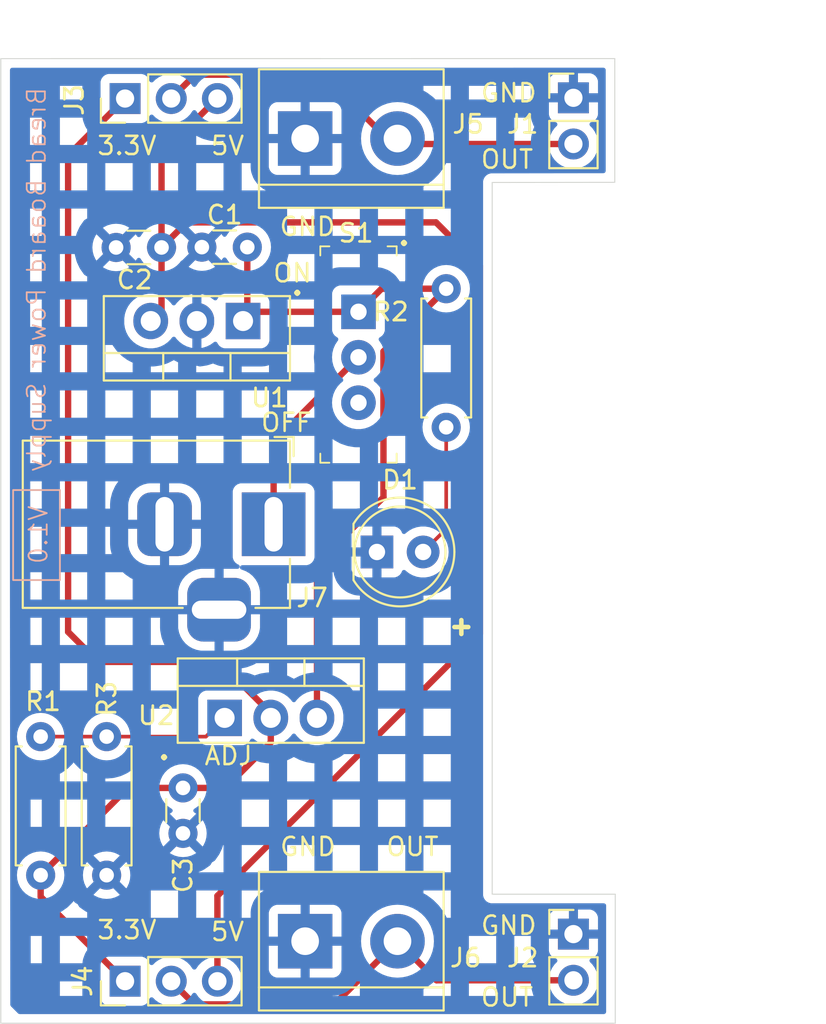
<source format=kicad_pcb>
(kicad_pcb (version 20240108) (generator "pcbnew") (generator_version "8.0")
  (title_block (title "Bread Board Power Supply") (date "2025-01-29") (rev "1") (comment 1 "Afsal Lais"))
  (layers (0 "F.Cu" signal) (31 "B.Cu" signal) (34 "B.Paste" user) (35 "F.Paste" user) (36 "B.SilkS" user "B.Silkscreen") (37 "F.SilkS" user "F.Silkscreen") (38 "B.Mask" user) (39 "F.Mask" user) (44 "Edge.Cuts" user))
  (net 0 "")
  (net 1 "/12V")
  (net 2 "GND")
  (net 3 "/5V")
  (net 4 "/3P3V")
  (net 5 "Net-(D1-A)")
  (net 6 "/PWR_OUT_TOP")
  (net 7 "/PWR_input")
  (net 8 "Net-(U2-ADJ)")
  (net 10 "/PWR_OUT_BOT")
  (footprint "Capacitor_THT:C_Disc_D3.0mm_W1.6mm_P2.50mm" (layer "F.Cu") (at 84.308 56.642 180)
    (property "Reference" "C1" (at 1.25 1.778 0) (layer "F.SilkS"))
    (property "Value" "10u")
    (fp_line (start 0.621 0.92) (end 1.879 0.92) (stroke (width 0.12)) (layer "F.SilkS"))
    (fp_line (start 0.621 -0.92) (end 1.879 -0.92) (stroke (width 0.12)) (layer "F.SilkS"))
    (pad "1" thru_hole circle (at 0 0 180) (size 1.6 1.6) (drill 0.8) (layers "*.Cu" "*.Mask") (net 1 "/12V"))
    (pad "2" thru_hole circle (at 2.5 0 180) (size 1.6 1.6) (drill 0.8) (layers "*.Cu" "*.Mask") (net 2 "GND"))
  )
  (footprint "Resistor_THT:R_Axial_DIN0207_L6.3mm_D2.5mm_P7.62mm_Horizontal" (layer "F.Cu") (at 72.94 83.56 -90)
    (property "Reference" "R1" (at -1.93 -0.13 180) (layer "F.SilkS"))
    (property "Value" "330")
    (fp_line (start 0.54 1.37) (end 7.08 1.37) (stroke (width 0.12)) (layer "F.SilkS"))
    (fp_line (start 7.08 1.37) (end 7.08 1.04) (stroke (width 0.12)) (layer "F.SilkS"))
    (fp_line (start 0.54 1.04) (end 0.54 1.37) (stroke (width 0.12)) (layer "F.SilkS"))
    (fp_line (start 0.54 -1.04) (end 0.54 -1.37) (stroke (width 0.12)) (layer "F.SilkS"))
    (fp_line (start 0.54 -1.37) (end 7.08 -1.37) (stroke (width 0.12)) (layer "F.SilkS"))
    (fp_line (start 7.08 -1.37) (end 7.08 -1.04) (stroke (width 0.12)) (layer "F.SilkS"))
    (pad "1" thru_hole circle (at 0 0 270) (size 1.6 1.6) (drill 0.8) (layers "*.Cu" "*.Mask") (net 8 "Net-(U2-ADJ)"))
    (pad "2" thru_hole oval (at 7.62 0 270) (size 1.6 1.6) (drill 0.8) (layers "*.Cu" "*.Mask") (net 4 "/3P3V"))
  )
  (footprint "Resistor_THT:R_Axial_DIN0207_L6.3mm_D2.5mm_P7.62mm_Horizontal" (layer "F.Cu") (at 95.25 66.548 90)
    (property "Reference" "R2" (at 6.35 -3.048 0) (layer "F.SilkS"))
    (property "Value" "330")
    (fp_line (start 7.08 -1.37) (end 7.08 -1.04) (stroke (width 0.12)) (layer "F.SilkS"))
    (fp_line (start 0.54 -1.37) (end 7.08 -1.37) (stroke (width 0.12)) (layer "F.SilkS"))
    (fp_line (start 0.54 -1.04) (end 0.54 -1.37) (stroke (width 0.12)) (layer "F.SilkS"))
    (fp_line (start 0.54 1.04) (end 0.54 1.37) (stroke (width 0.12)) (layer "F.SilkS"))
    (fp_line (start 7.08 1.37) (end 7.08 1.04) (stroke (width 0.12)) (layer "F.SilkS"))
    (fp_line (start 0.54 1.37) (end 7.08 1.37) (stroke (width 0.12)) (layer "F.SilkS"))
    (pad "1" thru_hole circle (at 0 0 90) (size 1.6 1.6) (drill 0.8) (layers "*.Cu" "*.Mask") (net 5 "Net-(D1-A)"))
    (pad "2" thru_hole oval (at 7.62 0 90) (size 1.6 1.6) (drill 0.8) (layers "*.Cu" "*.Mask") (net 1 "/12V"))
  )
  (footprint "Package_TO_SOT_THT:TO-220-3_Vertical" (layer "F.Cu") (at 84.074 60.706 180)
    (property "Reference" "U1" (at -1.451 -4.219 0) (layer "F.SilkS"))
    (property "Value" "LM7805_TO220" (hide yes))
    (fp_line (start 7.66 -3.27) (end 7.66 1.371) (stroke (width 0.12)) (layer "F.SilkS"))
    (fp_line (start 4.391 -3.27) (end 4.391 -1.76) (stroke (width 0.12)) (layer "F.SilkS"))
    (fp_line (start 0.69 -3.27) (end 0.69 -1.76) (stroke (width 0.12)) (layer "F.SilkS"))
    (fp_line (start -2.58 1.371) (end 7.66 1.371) (stroke (width 0.12)) (layer "F.SilkS"))
    (fp_line (start -2.58 -1.76) (end 7.66 -1.76) (stroke (width 0.12)) (layer "F.SilkS"))
    (fp_line (start -2.58 -3.27) (end 7.66 -3.27) (stroke (width 0.12)) (layer "F.SilkS"))
    (fp_line (start -2.58 -3.27) (end -2.58 1.371) (stroke (width 0.12)) (layer "F.SilkS"))
    (pad "1" thru_hole rect (at 0 0 180) (size 1.905 2) (drill 1.1) (layers "*.Cu" "*.Mask") (net 1 "/12V"))
    (pad "2" thru_hole oval (at 2.54 0 180) (size 1.905 2) (drill 1.1) (layers "*.Cu" "*.Mask") (net 2 "GND"))
    (pad "3" thru_hole oval (at 5.08 0 180) (size 1.905 2) (drill 1.1) (layers "*.Cu" "*.Mask") (net 3 "/5V"))
  )
  (footprint "Capacitor_THT:C_Disc_D3.0mm_W1.6mm_P2.50mm" (layer "F.Cu") (at 79.59 56.66 180)
    (property "Reference" "C2" (at 1.484 -1.778 360) (layer "F.SilkS"))
    (property "Value" "0.1u")
    (fp_line (start 0.621 0.92) (end 1.879 0.92) (stroke (width 0.12)) (layer "F.SilkS"))
    (fp_line (start 0.621 -0.92) (end 1.879 -0.92) (stroke (width 0.12)) (layer "F.SilkS"))
    (pad "1" thru_hole circle (at 0 0 180) (size 1.6 1.6) (drill 0.8) (layers "*.Cu" "*.Mask") (net 3 "/5V"))
    (pad "2" thru_hole circle (at 2.5 0 180) (size 1.6 1.6) (drill 0.8) (layers "*.Cu" "*.Mask") (net 2 "GND"))
  )
  (footprint "Connector_PinHeader_2.54mm:PinHeader_1x03_P2.54mm_Vertical" (layer "F.Cu") (at 77.584 97.01 90)
    (property "Reference" "J4" (at 0 -2.33 90) (layer "F.SilkS"))
    (property "Value" "Conn_01x03_Pin" (hide yes))
    (fp_line (start -1.33 -1.33) (end 0 -1.33) (stroke (width 0.12)) (layer "F.SilkS"))
    (fp_line (start -1.33 0) (end -1.33 -1.33) (stroke (width 0.12)) (layer "F.SilkS"))
    (fp_line (start 1.33 1.27) (end 1.33 6.41) (stroke (width 0.12)) (layer "F.SilkS"))
    (fp_line (start -1.33 1.27) (end 1.33 1.27) (stroke (width 0.12)) (layer "F.SilkS"))
    (fp_line (start -1.33 1.27) (end -1.33 6.41) (stroke (width 0.12)) (layer "F.SilkS"))
    (fp_line (start -1.33 6.41) (end 1.33 6.41) (stroke (width 0.12)) (layer "F.SilkS"))
    (pad "1" thru_hole rect (at 0 0 90) (size 1.7 1.7) (drill 1) (layers "*.Cu" "*.Mask") (net 4 "/3P3V"))
    (pad "2" thru_hole oval (at 0 2.54 90) (size 1.7 1.7) (drill 1) (layers "*.Cu" "*.Mask") (net 10 "/PWR_OUT_BOT"))
    (pad "3" thru_hole oval (at 0 5.08 90) (size 1.7 1.7) (drill 1) (layers "*.Cu" "*.Mask") (net 3 "/5V"))
  )
  (footprint "Resistor_THT:R_Axial_DIN0207_L6.3mm_D2.5mm_P7.62mm_Horizontal" (layer "F.Cu") (at 76.57 91.18 90)
    (property "Reference" "R3" (at 9.7 0.01 90) (layer "F.SilkS"))
    (property "Value" "560")
    (fp_line (start 7.08 -1.37) (end 7.08 -1.04) (stroke (width 0.12)) (layer "F.SilkS"))
    (fp_line (start 0.54 -1.37) (end 7.08 -1.37) (stroke (width 0.12)) (layer "F.SilkS"))
    (fp_line (start 0.54 -1.04) (end 0.54 -1.37) (stroke (width 0.12)) (layer "F.SilkS"))
    (fp_line (start 0.54 1.04) (end 0.54 1.37) (stroke (width 0.12)) (layer "F.SilkS"))
    (fp_line (start 7.08 1.37) (end 7.08 1.04) (stroke (width 0.12)) (layer "F.SilkS"))
    (fp_line (start 0.54 1.37) (end 7.08 1.37) (stroke (width 0.12)) (layer "F.SilkS"))
    (pad "1" thru_hole circle (at 0 0 90) (size 1.6 1.6) (drill 0.8) (layers "*.Cu" "*.Mask") (net 2 "GND"))
    (pad "2" thru_hole oval (at 7.62 0 90) (size 1.6 1.6) (drill 0.8) (layers "*.Cu" "*.Mask") (net 8 "Net-(U2-ADJ)"))
  )
  (footprint "LED_THT:LED_D5.0mm" (layer "F.Cu") (at 91.44 73.406)
    (property "Reference" "D1" (at 1.27 -3.96 0) (layer "F.SilkS"))
    (property "Value" "LED")
    (fp_line (start -1.29 -1.545) (end -1.29 1.545) (stroke (width 0.12)) (layer "F.SilkS"))
    (fp_arc (start -1.29 -1.54483) (mid 2.072002 -2.880433) (end 4.26 0.000462) (stroke (width 0.12)) (layer "F.SilkS"))
    (fp_arc (start 4.26 -0.000462) (mid 2.072002 2.880433) (end -1.29 1.54483) (stroke (width 0.12)) (layer "F.SilkS"))
    (fp_circle (center 1.27 0) (end 3.77 0) (stroke (width 0.12)) (fill none) (layer "F.SilkS"))
    (pad "1" thru_hole rect (at 0 0) (size 1.8 1.8) (drill 0.9) (layers "*.Cu" "*.Mask") (net 2 "GND"))
    (pad "2" thru_hole circle (at 2.54 0) (size 1.8 1.8) (drill 0.9) (layers "*.Cu" "*.Mask") (net 5 "Net-(D1-A)"))
  )
  (footprint "Connector_BarrelJack:BarrelJack_Horizontal" (layer "F.Cu") (at 85.756 71.882)
    (property "Reference" "J7" (at 2.119 4.043 0) (layer "F.SilkS"))
    (property "Value" "Barrel_Jack_Switch" (hide yes))
    (fp_line (start -13.8 -4.6) (end 0.9 -4.6) (stroke (width 0.12)) (layer "F.SilkS"))
    (fp_line (start -13.8 4.6) (end -13.8 -4.6) (stroke (width 0.12)) (layer "F.SilkS"))
    (fp_line (start -5 4.6) (end -13.8 4.6) (stroke (width 0.12)) (layer "F.SilkS"))
    (fp_line (start 0.05 -4.8) (end 1.1 -4.8) (stroke (width 0.12)) (layer "F.SilkS"))
    (fp_line (start 0.9 -4.6) (end 0.9 -2) (stroke (width 0.12)) (layer "F.SilkS"))
    (fp_line (start 0.9 1.9) (end 0.9 4.6) (stroke (width 0.12)) (layer "F.SilkS"))
    (fp_line (start 0.9 4.6) (end -1 4.6) (stroke (width 0.12)) (layer "F.SilkS"))
    (fp_line (start 1.1 -3.75) (end 1.1 -4.8) (stroke (width 0.12)) (layer "F.SilkS"))
    (pad "1" thru_hole rect (at 0 0) (size 3.5 3.5) (drill oval 1 3) (layers "*.Cu" "*.Mask") (net 7 "/PWR_input"))
    (pad "2" thru_hole roundrect (at -6 0) (size 3 3.5) (drill oval 1 3) (layers "*.Cu" "*.Mask") (net 2 "GND"))
    (pad "3" thru_hole roundrect (at -3 4.7) (size 3.5 3.5) (drill oval 3 1) (layers "*.Cu" "*.Mask") (net 2 "GND"))
  )
  (footprint "Connector_PinHeader_2.54mm:PinHeader_1x02_P2.54mm_Vertical" (layer "F.Cu") (at 102.25 94.42)
    (property "Reference" "J2" (at -2.791667 1.305 0) (layer "F.SilkS"))
    (property "Value" "Conn_01x02_Pin" (hide yes))
    (fp_line (start -1.33 -1.33) (end 0 -1.33) (stroke (width 0.12)) (layer "F.SilkS"))
    (fp_line (start -1.33 0) (end -1.33 -1.33) (stroke (width 0.12)) (layer "F.SilkS"))
    (fp_line (start -1.33 1.27) (end -1.33 3.87) (stroke (width 0.12)) (layer "F.SilkS"))
    (fp_line (start -1.33 1.27) (end 1.33 1.27) (stroke (width 0.12)) (layer "F.SilkS"))
    (fp_line (start -1.33 3.87) (end 1.33 3.87) (stroke (width 0.12)) (layer "F.SilkS"))
    (fp_line (start 1.33 1.27) (end 1.33 3.87) (stroke (width 0.12)) (layer "F.SilkS"))
    (pad "1" thru_hole rect (at 0 0) (size 1.7 1.7) (drill 1) (layers "*.Cu" "*.Mask") (net 2 "GND"))
    (pad "2" thru_hole oval (at 0 2.54) (size 1.7 1.7) (drill 1) (layers "*.Cu" "*.Mask") (net 10 "/PWR_OUT_BOT"))
  )
  (footprint "TerminalBlock:TerminalBlock_bornier-2_P5.08mm" (layer "F.Cu") (at 87.49 94.81)
    (property "Reference" "J6" (at 8.835 0.915 0) (layer "F.SilkS"))
    (property "Value" "Screw_Terminal_01x02" (hide yes))
    (fp_line (start -2.54 -3.81) (end -2.54 3.81) (stroke (width 0.12)) (layer "F.SilkS"))
    (fp_line (start -2.54 3.81) (end 7.62 3.81) (stroke (width 0.12)) (layer "F.SilkS"))
    (fp_line (start 7.62 -3.81) (end -2.54 -3.81) (stroke (width 0.12)) (layer "F.SilkS"))
    (fp_line (start 7.62 2.54) (end -2.54 2.54) (stroke (width 0.12)) (layer "F.SilkS"))
    (fp_line (start 7.62 3.81) (end 7.62 -3.81) (stroke (width 0.12)) (layer "F.SilkS"))
    (pad "1" thru_hole rect (at 0 0) (size 3 3) (drill 1.52) (layers "*.Cu" "*.Mask") (net 2 "GND"))
    (pad "2" thru_hole circle (at 5.08 0) (size 3 3) (drill 1.52) (layers "*.Cu" "*.Mask") (net 10 "/PWR_OUT_BOT"))
  )
  (footprint "Capacitor_THT:C_Disc_D3.0mm_W1.6mm_P2.50mm" (layer "F.Cu") (at 80.77 86.38 -90)
    (property "Reference" "C3" (at 4.806 0 90) (layer "F.SilkS"))
    (property "Value" "1u")
    (fp_line (start 0.621 0.92) (end 1.879 0.92) (stroke (width 0.12)) (layer "F.SilkS"))
    (fp_line (start 0.621 -0.92) (end 1.879 -0.92) (stroke (width 0.12)) (layer "F.SilkS"))
    (pad "1" thru_hole circle (at 0 0 270) (size 1.6 1.6) (drill 0.8) (layers "*.Cu" "*.Mask") (net 4 "/3P3V"))
    (pad "2" thru_hole circle (at 2.5 0 270) (size 1.6 1.6) (drill 0.8) (layers "*.Cu" "*.Mask") (net 2 "GND"))
  )
  (footprint "TerminalBlock:TerminalBlock_bornier-2_P5.08mm" (layer "F.Cu") (at 87.49 50.67)
    (property "Reference" "J5" (at 8.97 -0.79 0) (layer "F.SilkS"))
    (property "Value" "Screw_Terminal_01x02" (hide yes))
    (fp_line (start -2.54 -3.81) (end -2.54 3.81) (stroke (width 0.12)) (layer "F.SilkS"))
    (fp_line (start -2.54 3.81) (end 7.62 3.81) (stroke (width 0.12)) (layer "F.SilkS"))
    (fp_line (start 7.62 -3.81) (end -2.54 -3.81) (stroke (width 0.12)) (layer "F.SilkS"))
    (fp_line (start 7.62 2.54) (end -2.54 2.54) (stroke (width 0.12)) (layer "F.SilkS"))
    (fp_line (start 7.62 3.81) (end 7.62 -3.81) (stroke (width 0.12)) (layer "F.SilkS"))
    (pad "1" thru_hole rect (at 0 0) (size 3 3) (drill 1.52) (layers "*.Cu" "*.Mask") (net 2 "GND"))
    (pad "2" thru_hole circle (at 5.08 0) (size 3 3) (drill 1.52) (layers "*.Cu" "*.Mask") (net 6 "/PWR_OUT_TOP"))
  )
  (footprint "digikey-footprints:Switch_Slide_11.6x4mm_EG1218" (layer "F.Cu") (at 90.424 60.198 -90)
    (property "Reference" "S1" (at -4.328 0.134 180) (layer "F.SilkS"))
    (property "Value" "EG1218" (hide yes))
    (fp_line (start -3.6 2.1) (end -3.1 2.1) (stroke (width 0.1)) (layer "F.SilkS"))
    (fp_line (start -3.6 2.1) (end -3.6 1.6) (stroke (width 0.1)) (layer "F.SilkS"))
    (fp_line (start 8.3 2.1) (end 7.8 2.1) (stroke (width 0.1)) (layer "F.SilkS"))
    (fp_line (start 8.3 2.1) (end 8.3 1.6) (stroke (width 0.1)) (layer "F.SilkS"))
    (fp_line (start -3.6 -2.1) (end -3.6 -1.6) (stroke (width 0.1)) (layer "F.SilkS"))
    (fp_line (start -3.6 -2.1) (end -3.1 -2.1) (stroke (width 0.1)) (layer "F.SilkS"))
    (fp_line (start 8.3 -2.1) (end 8.3 -1.6) (stroke (width 0.1)) (layer "F.SilkS"))
    (fp_line (start 8.3 -2.1) (end 7.8 -2.1) (stroke (width 0.1)) (layer "F.SilkS"))
    (pad "1" thru_hole rect (at 0 0 270) (size 1.9 1.9) (drill 0.9) (layers "*.Cu" "*.Mask") (net 1 "/12V"))
    (pad "2" thru_hole circle (at 2.5 0 270) (size 1.9 1.9) (drill 0.9) (layers "*.Cu" "*.Mask") (net 7 "/PWR_input"))
    (pad "3" thru_hole circle (at 5 0 270) (size 1.9 1.9) (drill 0.9) (layers "*.Cu" "*.Mask"))
  )
  (footprint "Connector_PinHeader_2.54mm:PinHeader_1x03_P2.54mm_Vertical" (layer "F.Cu") (at 77.584 48.47 90)
    (property "Reference" "J3" (at -0.084 -2.794 90) (layer "F.SilkS"))
    (property "Value" "Conn_01x03_Pin" (hide yes))
    (fp_line (start -1.33 -1.33) (end 0 -1.33) (stroke (width 0.12)) (layer "F.SilkS"))
    (fp_line (start -1.33 0) (end -1.33 -1.33) (stroke (width 0.12)) (layer "F.SilkS"))
    (fp_line (start 1.33 1.27) (end 1.33 6.41) (stroke (width 0.12)) (layer "F.SilkS"))
    (fp_line (start -1.33 1.27) (end 1.33 1.27) (stroke (width 0.12)) (layer "F.SilkS"))
    (fp_line (start -1.33 1.27) (end -1.33 6.41) (stroke (width 0.12)) (layer "F.SilkS"))
    (fp_line (start -1.33 6.41) (end 1.33 6.41) (stroke (width 0.12)) (layer "F.SilkS"))
    (pad "1" thru_hole rect (at 0 0 90) (size 1.7 1.7) (drill 1) (layers "*.Cu" "*.Mask") (net 4 "/3P3V"))
    (pad "2" thru_hole oval (at 0 2.54 90) (size 1.7 1.7) (drill 1) (layers "*.Cu" "*.Mask") (net 6 "/PWR_OUT_TOP"))
    (pad "3" thru_hole oval (at 0 5.08 90) (size 1.7 1.7) (drill 1) (layers "*.Cu" "*.Mask") (net 3 "/5V"))
  )
  (footprint "Connector_PinHeader_2.54mm:PinHeader_1x02_P2.54mm_Vertical" (layer "F.Cu") (at 102.25 48.43)
    (property "Reference" "J1" (at -2.791667 1.45 0) (layer "F.SilkS"))
    (property "Value" "Conn_01x02_Pin" (hide yes))
    (fp_line (start -1.33 -1.33) (end 0 -1.33) (stroke (width 0.12)) (layer "F.SilkS"))
    (fp_line (start -1.33 0) (end -1.33 -1.33) (stroke (width 0.12)) (layer "F.SilkS"))
    (fp_line (start -1.33 1.27) (end -1.33 3.87) (stroke (width 0.12)) (layer "F.SilkS"))
    (fp_line (start -1.33 1.27) (end 1.33 1.27) (stroke (width 0.12)) (layer "F.SilkS"))
    (fp_line (start -1.33 3.87) (end 1.33 3.87) (stroke (width 0.12)) (layer "F.SilkS"))
    (fp_line (start 1.33 1.27) (end 1.33 3.87) (stroke (width 0.12)) (layer "F.SilkS"))
    (pad "1" thru_hole rect (at 0 0) (size 1.7 1.7) (drill 1) (layers "*.Cu" "*.Mask") (net 2 "GND"))
    (pad "2" thru_hole oval (at 0 2.54) (size 1.7 1.7) (drill 1) (layers "*.Cu" "*.Mask") (net 6 "/PWR_OUT_TOP"))
  )
  (footprint "Package_TO_SOT_THT:TO-220-3_Vertical" (layer "F.Cu") (at 83.06 82.53)
    (property "Reference" "U2" (at -3.76 -0.13 0) (layer "F.SilkS"))
    (property "Value" "LM317_TO-220" (hide yes))
    (fp_line (start -2.58 -3.27) (end -2.58 1.371) (stroke (width 0.12)) (layer "F.SilkS"))
    (fp_line (start -2.58 -3.27) (end 7.66 -3.27) (stroke (width 0.12)) (layer "F.SilkS"))
    (fp_line (start -2.58 -1.76) (end 7.66 -1.76) (stroke (width 0.12)) (layer "F.SilkS"))
    (fp_line (start -2.58 1.371) (end 7.66 1.371) (stroke (width 0.12)) (layer "F.SilkS"))
    (fp_line (start 0.69 -3.27) (end 0.69 -1.76) (stroke (width 0.12)) (layer "F.SilkS"))
    (fp_line (start 4.391 -3.27) (end 4.391 -1.76) (stroke (width 0.12)) (layer "F.SilkS"))
    (fp_line (start 7.66 -3.27) (end 7.66 1.371) (stroke (width 0.12)) (layer "F.SilkS"))
    (pad "1" thru_hole rect (at 0 0) (size 1.905 2) (drill 1.1) (layers "*.Cu" "*.Mask") (net 8 "Net-(U2-ADJ)"))
    (pad "2" thru_hole oval (at 2.54 0) (size 1.905 2) (drill 1.1) (layers "*.Cu" "*.Mask") (net 4 "/3P3V"))
    (pad "3" thru_hole oval (at 5.08 0) (size 1.905 2) (drill 1.1) (layers "*.Cu" "*.Mask") (net 1 "/12V"))
  )
  (gr_rect (start 71.425 70) (end 74 74.95) (stroke (width 0.1)) (fill none) (layer "B.SilkS"))
  (gr_line (start 104.5 99.32) (end 104.55 99.32) (stroke (width 0.05)) (layer "Edge.Cuts"))
  (gr_line (start 104.525 46.2725) (end 104.525 53.0775) (stroke (width 0.05)) (layer "Edge.Cuts"))
  (gr_line (start 104.5 99.32) (end 70.75 99.32) (stroke (width 0.05)) (layer "Edge.Cuts"))
  (gr_line (start 97.78 53.085) (end 104.525 53.0775) (stroke (width 0.05)) (layer "Edge.Cuts"))
  (gr_line (start 70.75 99.32) (end 70.75 46.275) (stroke (width 0.05)) (layer "Edge.Cuts"))
  (gr_line (start 97.78 92.225) (end 104.55 92.225) (stroke (width 0.05)) (layer "Edge.Cuts"))
  (gr_line (start 104.55 92.225) (end 104.55 99.32) (stroke (width 0.05)) (layer "Edge.Cuts"))
  (gr_line (start 70.75 46.275) (end 104.525 46.2725) (stroke (width 0.05)) (layer "Edge.Cuts"))
  (gr_line (start 97.78 92.225) (end 97.78 53.085) (stroke (width 0.05)) (layer "Edge.Cuts"))
  (gr_text "V1.0" (at 73.4 70.775 90) (layer "B.SilkS") (effects (font (size 1 1) (thickness 0.1)) (justify left bottom mirror)))
  (gr_text "Bread Boaard Power Supply" (at 73.3 47.775 90) (layer "B.SilkS") (effects (font (size 1 1) (thickness 0.1)) (justify left bottom mirror)))
  (gr_text "GND" (at 97.075 94.525 0) (layer "F.SilkS") (effects (font (size 1 1) (thickness 0.14) (bold yes)) (justify left bottom)))
  (gr_text "." (at 79.325 84.875 0) (layer "F.SilkS") (effects (font (size 1 1) (thickness 0.5) (bold yes)) (justify left bottom)))
  (gr_text "GND" (at 97.075 48.75 0) (layer "F.SilkS") (effects (font (size 1 1) (thickness 0.14) (bold yes)) (justify left bottom)))
  (gr_text "ADJ" (at 81.875 85.2 0) (layer "F.SilkS") (effects (font (size 1 1) (thickness 0.14) (bold yes)) (justify left bottom)))
  (gr_text "OUT" (at 91.875 90.2 0) (layer "F.SilkS") (effects (font (size 1 1) (thickness 0.14) (bold yes)) (justify left bottom)))
  (gr_text "GND" (at 86 56.1 0) (layer "F.SilkS") (effects (font (size 1 1) (thickness 0.14) (bold yes)) (justify left bottom)))
  (gr_text "GND" (at 86.025 90.2 0) (layer "F.SilkS") (effects (font (size 1 1) (thickness 0.14) (bold yes)) (justify left bottom)))
  (gr_text "3.3V" (at 75.975 94.775 0) (layer "F.SilkS") (effects (font (size 1 1) (thickness 0.14) (bold yes)) (justify left bottom)))
  (gr_text "." (at 92.524 56.598 0) (layer "F.SilkS") (effects (font (size 1 1) (thickness 0.5) (bold yes)) (justify left bottom)))
  (gr_text "5V" (at 82.225 51.65 0) (layer "F.SilkS") (effects (font (size 1 1) (thickness 0.14) (bold yes)) (justify left bottom)))
  (gr_text "OFF" (at 84.983333 66.875 0) (layer "F.SilkS") (effects (font (size 1 1) (thickness 0.14) (bold yes)) (justify left bottom)))
  (gr_text "ON" (at 85.65 58.65 0) (layer "F.SilkS") (effects (font (size 1 1) (thickness 0.14) (bold yes)) (justify left bottom)))
  (gr_text "3.3V" (at 75.975 51.65 0) (layer "F.SilkS") (effects (font (size 1 1) (thickness 0.14) (bold yes)) (justify left bottom)))
  (gr_text "OUT" (at 97.075 98.475 0) (layer "F.SilkS") (effects (font (size 1 1) (thickness 0.14) (bold yes)) (justify left bottom)))
  (gr_text "." (at 86.654 59.335 0) (layer "F.SilkS") (effects (font (size 1 1) (thickness 0.5) (bold yes)) (justify left bottom)))
  (gr_text "5V" (at 82.225 94.875 0) (layer "F.SilkS") (effects (font (size 1 1) (thickness 0.14) (bold yes)) (justify left bottom)))
  (gr_text "+" (at 95.3 78.05 0) (layer "F.SilkS") (effects (font (size 1 1) (thickness 0.25) (bold yes)) (justify left bottom)))
  (gr_text "OUT" (at 97.075 52.4 0) (layer "F.SilkS") (effects (font (size 1 1) (thickness 0.14) (bold yes)) (justify left bottom)))
  (segment (start 91.694 58.928) (end 90.424 60.198) (width 0.35) (layer "F.Cu") (net 1))
  (segment (start 91.799 62.379) (end 91.799 70.397) (width 0.35) (layer "F.Cu") (net 1))
  (segment (start 91.799 70.397) (end 88.14 74.056) (width 0.35) (layer "F.Cu") (net 1))
  (segment (start 84.308 60.472) (end 84.074 60.706) (width 0.35) (layer "F.Cu") (net 1))
  (segment (start 95.25 58.928) (end 91.694 58.928) (width 0.35) (layer "F.Cu") (net 1))
  (segment (start 90.424 60.198) (end 84.582 60.198) (width 0.35) (layer "F.Cu") (net 1))
  (segment (start 84.582 60.198) (end 84.074 60.706) (width 0.35) (layer "F.Cu") (net 1))
  (segment (start 88.14 74.056) (end 88.14 82.53) (width 0.35) (layer "F.Cu") (net 1))
  (segment (start 84.308 56.642) (end 84.308 60.472) (width 0.35) (layer "F.Cu") (net 1))
  (segment (start 95.25 58.928) (end 91.799 62.379) (width 0.35) (layer "F.Cu") (net 1))
  (segment (start 79.59 51.53) (end 82.65 48.47) (width 0.35) (layer "F.Cu") (net 3))
  (segment (start 82.664 92.316) (end 97.105 77.875) (width 0.35) (layer "F.Cu") (net 3))
  (segment (start 82.664 97.01) (end 82.664 92.316) (width 0.35) (layer "F.Cu") (net 3))
  (segment (start 94.69 55.28) (end 80.97 55.28) (width 0.35) (layer "F.Cu") (net 3))
  (segment (start 97.105 57.695) (end 94.69 55.28) (width 0.35) (layer "F.Cu") (net 3))
  (segment (start 80.97 55.28) (end 79.59 56.66) (width 0.35) (layer "F.Cu") (net 3))
  (segment (start 78.994 60.706) (end 79.59 60.11) (width 0.35) (layer "F.Cu") (net 3))
  (segment (start 79.59 60.11) (end 79.59 56.66) (width 0.35) (layer "F.Cu") (net 3))
  (segment (start 79.59 56.66) (end 79.59 51.53) (width 0.35) (layer "F.Cu") (net 3))
  (segment (start 97.105 77.875) (end 97.105 57.695) (width 0.35) (layer "F.Cu") (net 3))
  (segment (start 82.65 48.47) (end 82.664 48.47) (width 0.35) (layer "F.Cu") (net 3))
  (segment (start 85.6 83.88) (end 85.6 82.53) (width 0.35) (layer "F.Cu") (net 4))
  (segment (start 82.7825 79.45) (end 76.1 79.45) (width 0.35) (layer "F.Cu") (net 4))
  (segment (start 83.1 86.38) (end 85.6 83.88) (width 0.35) (layer "F.Cu") (net 4))
  (segment (start 74.45 51.604) (end 77.584 48.47) (width 0.35) (layer "F.Cu") (net 4))
  (segment (start 85.6 82.53) (end 85.6 82.2675) (width 0.35) (layer "F.Cu") (net 4))
  (segment (start 77.74 86.38) (end 80.77 86.38) (width 0.35) (layer "F.Cu") (net 4))
  (segment (start 72.94 91.18) (end 77.74 86.38) (width 0.35) (layer "F.Cu") (net 4))
  (segment (start 80.77 86.38) (end 83.1 86.38) (width 0.35) (layer "F.Cu") (net 4))
  (segment (start 85.6 82.2675) (end 82.7825 79.45) (width 0.35) (layer "F.Cu") (net 4))
  (segment (start 77.584 97.01) (end 72.94 92.366) (width 0.35) (layer "F.Cu") (net 4))
  (segment (start 74.45 77.8) (end 74.45 51.604) (width 0.35) (layer "F.Cu") (net 4))
  (segment (start 72.94 92.366) (end 72.94 91.18) (width 0.35) (layer "F.Cu") (net 4))
  (segment (start 76.1 79.45) (end 74.45 77.8) (width 0.35) (layer "F.Cu") (net 4))
  (segment (start 95.25 72.136) (end 95.25 66.548) (width 0.2) (layer "F.Cu") (net 5))
  (segment (start 93.98 73.406) (end 95.25 72.136) (width 0.2) (layer "F.Cu") (net 5))
  (segment (start 81.434 47.16) (end 88.49 47.16) (width 0.35) (layer "F.Cu") (net 6))
  (segment (start 80.124 48.47) (end 81.434 47.16) (width 0.35) (layer "F.Cu") (net 6))
  (segment (start 102.25 50.97) (end 92.87 50.97) (width 0.35) (layer "F.Cu") (net 6))
  (segment (start 88.49 47.16) (end 92 50.67) (width 0.35) (layer "F.Cu") (net 6))
  (segment (start 92 50.67) (end 92.57 50.67) (width 0.35) (layer "F.Cu") (net 6))
  (segment (start 92.87 50.97) (end 92.57 50.67) (width 0.35) (layer "F.Cu") (net 6))
  (segment (start 85.756 67.366) (end 85.756 71.882) (width 0.35) (layer "F.Cu") (net 7))
  (segment (start 90.424 62.698) (end 85.756 67.366) (width 0.35) (layer "F.Cu") (net 7))
  (segment (start 76.57 83.56) (end 82.03 83.56) (width 0.2) (layer "F.Cu") (net 8))
  (segment (start 72.94 83.56) (end 76.57 83.56) (width 0.2) (layer "F.Cu") (net 8))
  (segment (start 82.03 83.56) (end 83.06 82.53) (width 0.2) (layer "F.Cu") (net 8))
  (segment (start 89.095 98.285) (end 92.57 94.81) (width 0.35) (layer "F.Cu") (net 10))
  (segment (start 81.399 98.285) (end 89.095 98.285) (width 0.35) (layer "F.Cu") (net 10))
  (segment (start 94.72 96.96) (end 92.57 94.81) (width 0.35) (layer "F.Cu") (net 10))
  (segment (start 102.25 96.96) (end 94.72 96.96) (width 0.35) (layer "F.Cu") (net 10))
  (segment (start 80.124 97.01) (end 81.399 98.285) (width 0.35) (layer "F.Cu") (net 10))
  (zone (net 2) (net_name "GND") (layer "B.Cu") (connect_pads (clearance 0.5)) (min_thickness 0.25) (fill yes (mode hatch) (thermal_gap 0.5) (thermal_bridge_width 0.5) (hatch_thickness 1) (hatch_gap 1.5) (hatch_orientation 0) (hatch_border_algorithm hatch_thickness) (hatch_min_hole_area 0.3))
    (polygon (pts (xy 99.55 46.4) (xy 71.225 46.4) (xy 71.27 98.355) (xy 71.94 99.025) (xy 103.941848 99.157515) (xy 104.392237 99.049221) (xy 104.43 92.503027) (xy 104.250023 92.317777) (xy 97.576871 92.3) (xy 97.475 92.2) (xy 97.38 92.1) (xy 97.38 52.875) (xy 97.289724 52.965276) (xy 104.383581 52.939196) (xy 104.419519 46.506225) (xy 104.336691 46.3737)))
  )
)
</source>
